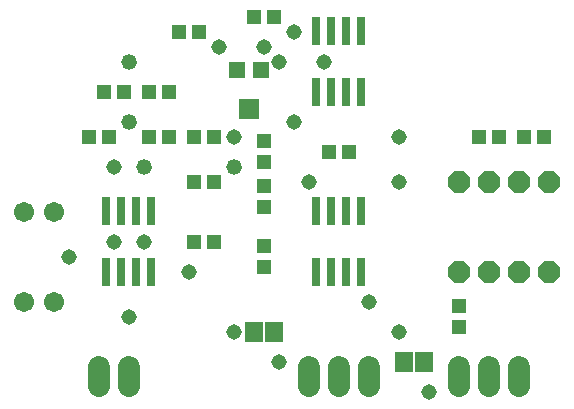
<source format=gts>
G75*
%MOIN*%
%OFA0B0*%
%FSLAX24Y24*%
%IPPOS*%
%LPD*%
%AMOC8*
5,1,8,0,0,1.08239X$1,22.5*
%
%ADD10R,0.0316X0.0946*%
%ADD11OC8,0.0710*%
%ADD12R,0.0474X0.0513*%
%ADD13R,0.0513X0.0474*%
%ADD14C,0.0674*%
%ADD15R,0.0671X0.0710*%
%ADD16R,0.0552X0.0552*%
%ADD17C,0.0720*%
%ADD18R,0.0592X0.0671*%
%ADD19C,0.0520*%
%ADD20C,0.0516*%
D10*
X003930Y005026D03*
X004430Y005026D03*
X004930Y005026D03*
X005430Y005026D03*
X005430Y007074D03*
X004930Y007074D03*
X004430Y007074D03*
X003930Y007074D03*
X010930Y007074D03*
X011430Y007074D03*
X011930Y007074D03*
X012430Y007074D03*
X012430Y005026D03*
X011930Y005026D03*
X011430Y005026D03*
X010930Y005026D03*
X010930Y011026D03*
X011430Y011026D03*
X011930Y011026D03*
X012430Y011026D03*
X012430Y013074D03*
X011930Y013074D03*
X011430Y013074D03*
X010930Y013074D03*
D11*
X015680Y008050D03*
X016680Y008050D03*
X017680Y008050D03*
X018680Y008050D03*
X018680Y005050D03*
X017680Y005050D03*
X016680Y005050D03*
X015680Y005050D03*
D12*
X012015Y009050D03*
X011345Y009050D03*
X009180Y008715D03*
X009180Y009385D03*
X007515Y009550D03*
X006845Y009550D03*
X006015Y009550D03*
X005345Y009550D03*
X004015Y009550D03*
X003345Y009550D03*
X003845Y011050D03*
X004515Y011050D03*
X005345Y011050D03*
X006015Y011050D03*
X006345Y013050D03*
X007015Y013050D03*
X006845Y008050D03*
X007515Y008050D03*
X007515Y006050D03*
X006845Y006050D03*
X016345Y009550D03*
X017015Y009550D03*
X017845Y009550D03*
X018515Y009550D03*
D13*
X015680Y003885D03*
X015680Y003215D03*
X009180Y005215D03*
X009180Y005885D03*
X009180Y007215D03*
X009180Y007885D03*
X008845Y013550D03*
X009515Y013550D03*
D14*
X002180Y007050D03*
X001180Y007050D03*
X001180Y004050D03*
X002180Y004050D03*
D15*
X008680Y010459D03*
D16*
X008286Y011769D03*
X009074Y011769D03*
D17*
X003680Y001870D02*
X003680Y001230D01*
X004680Y001230D02*
X004680Y001870D01*
X010680Y001870D02*
X010680Y001230D01*
X011680Y001230D02*
X011680Y001870D01*
X012680Y001870D02*
X012680Y001230D01*
X015680Y001230D02*
X015680Y001870D01*
X016680Y001870D02*
X016680Y001230D01*
X017680Y001230D02*
X017680Y001870D01*
D18*
X014515Y002050D03*
X013845Y002050D03*
X009515Y003050D03*
X008845Y003050D03*
D19*
X008180Y008550D03*
X005180Y008550D03*
X004680Y010050D03*
X004680Y012050D03*
D20*
X007680Y012550D03*
X009180Y012550D03*
X009680Y012050D03*
X010180Y013050D03*
X011180Y012050D03*
X010180Y010050D03*
X008180Y009550D03*
X010680Y008050D03*
X013680Y008050D03*
X013680Y009550D03*
X006680Y005050D03*
X005180Y006050D03*
X004180Y006050D03*
X002680Y005550D03*
X004680Y003550D03*
X008180Y003050D03*
X009680Y002050D03*
X012680Y004050D03*
X013680Y003050D03*
X014680Y001050D03*
X004180Y008550D03*
M02*

</source>
